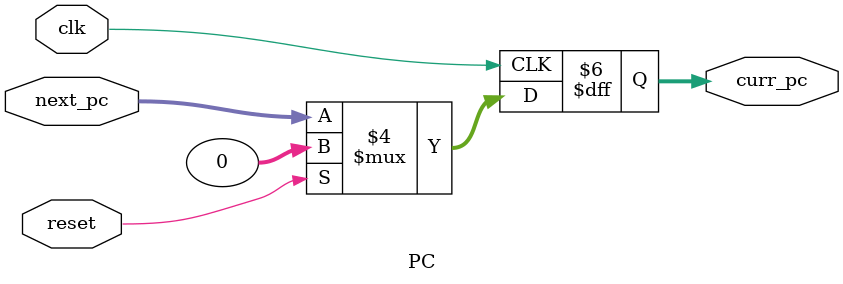
<source format=v>

module PC(reset, clk, next_pc, curr_pc);
    input reset;
    input clk;
    input [31:0] next_pc;
    output reg[31:0] curr_pc;

    initial begin
        curr_pc = 0;
    end

    always @(posedge clk) begin
        if (reset)
            curr_pc <= 0;
        else 
            curr_pc <= next_pc;
    end
endmodule


</source>
